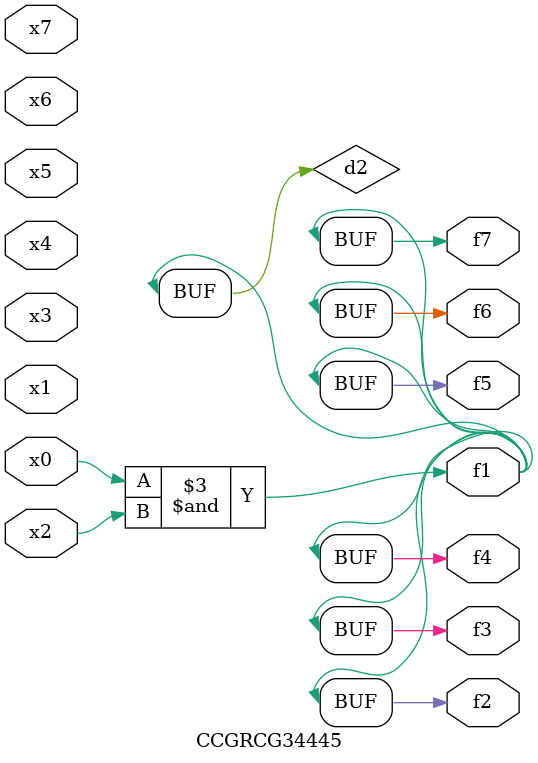
<source format=v>
module CCGRCG34445(
	input x0, x1, x2, x3, x4, x5, x6, x7,
	output f1, f2, f3, f4, f5, f6, f7
);

	wire d1, d2;

	nor (d1, x3, x6);
	and (d2, x0, x2);
	assign f1 = d2;
	assign f2 = d2;
	assign f3 = d2;
	assign f4 = d2;
	assign f5 = d2;
	assign f6 = d2;
	assign f7 = d2;
endmodule

</source>
